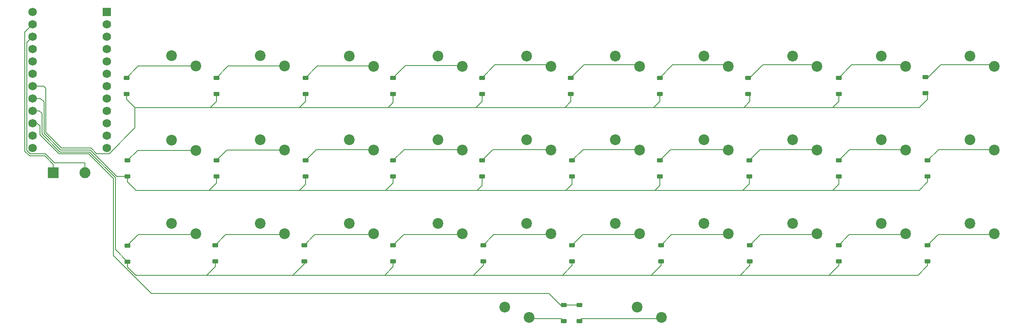
<source format=gbr>
%TF.GenerationSoftware,KiCad,Pcbnew,8.0.6*%
%TF.CreationDate,2025-04-17T08:46:24+02:00*%
%TF.ProjectId,KYBR_ORTHO,4b594252-5f4f-4525-9448-4f2e6b696361,rev?*%
%TF.SameCoordinates,Original*%
%TF.FileFunction,Copper,L1,Top*%
%TF.FilePolarity,Positive*%
%FSLAX46Y46*%
G04 Gerber Fmt 4.6, Leading zero omitted, Abs format (unit mm)*
G04 Created by KiCad (PCBNEW 8.0.6) date 2025-04-17 08:46:24*
%MOMM*%
%LPD*%
G01*
G04 APERTURE LIST*
G04 Aperture macros list*
%AMRoundRect*
0 Rectangle with rounded corners*
0 $1 Rounding radius*
0 $2 $3 $4 $5 $6 $7 $8 $9 X,Y pos of 4 corners*
0 Add a 4 corners polygon primitive as box body*
4,1,4,$2,$3,$4,$5,$6,$7,$8,$9,$2,$3,0*
0 Add four circle primitives for the rounded corners*
1,1,$1+$1,$2,$3*
1,1,$1+$1,$4,$5*
1,1,$1+$1,$6,$7*
1,1,$1+$1,$8,$9*
0 Add four rect primitives between the rounded corners*
20,1,$1+$1,$2,$3,$4,$5,0*
20,1,$1+$1,$4,$5,$6,$7,0*
20,1,$1+$1,$6,$7,$8,$9,0*
20,1,$1+$1,$8,$9,$2,$3,0*%
G04 Aperture macros list end*
%TA.AperFunction,ComponentPad*%
%ADD10C,2.200000*%
%TD*%
%TA.AperFunction,ComponentPad*%
%ADD11R,2.250000X2.250000*%
%TD*%
%TA.AperFunction,ComponentPad*%
%ADD12C,2.250000*%
%TD*%
%TA.AperFunction,SMDPad,CuDef*%
%ADD13RoundRect,0.225000X0.375000X-0.225000X0.375000X0.225000X-0.375000X0.225000X-0.375000X-0.225000X0*%
%TD*%
%TA.AperFunction,SMDPad,CuDef*%
%ADD14RoundRect,0.225000X-0.375000X0.225000X-0.375000X-0.225000X0.375000X-0.225000X0.375000X0.225000X0*%
%TD*%
%TA.AperFunction,ComponentPad*%
%ADD15R,1.752600X1.752600*%
%TD*%
%TA.AperFunction,ComponentPad*%
%ADD16C,1.752600*%
%TD*%
%TA.AperFunction,Conductor*%
%ADD17C,0.200000*%
%TD*%
G04 APERTURE END LIST*
D10*
%TO.P,S20,1,1*%
%TO.N,Column 9*%
X250900000Y-78100000D03*
%TO.P,S20,2,2*%
%TO.N,Net-(D26-A)*%
X255900000Y-80200000D03*
%TD*%
D11*
%TO.P,SW1,1,1*%
%TO.N,GND*%
X62750000Y-84900000D03*
D12*
%TO.P,SW1,2,2*%
%TO.N,RST*%
X69250000Y-84900000D03*
%TD*%
D13*
%TO.P,D14,1,K*%
%TO.N,Row 1*%
X150750000Y-85650000D03*
%TO.P,D14,2,A*%
%TO.N,Net-(D14-A)*%
X150750000Y-82350000D03*
%TD*%
D10*
%TO.P,S24,1,1*%
%TO.N,Column 3*%
X141700000Y-95300000D03*
%TO.P,S24,2,2*%
%TO.N,Net-(D12-A)*%
X146700000Y-97400000D03*
%TD*%
D13*
%TO.P,D4,1,K*%
%TO.N,Row 1*%
X96250000Y-85650000D03*
%TO.P,D4,2,A*%
%TO.N,Net-(D4-A)*%
X96250000Y-82350000D03*
%TD*%
D10*
%TO.P,S14,1,1*%
%TO.N,Column 3*%
X141700000Y-78100000D03*
%TO.P,S14,2,2*%
%TO.N,Net-(D11-A)*%
X146700000Y-80200000D03*
%TD*%
D13*
%TO.P,D12,1,K*%
%TO.N,Row 2*%
X132500000Y-103050000D03*
%TO.P,D12,2,A*%
%TO.N,Net-(D12-A)*%
X132500000Y-99750000D03*
%TD*%
%TO.P,D21,1,K*%
%TO.N,Row 0*%
X224000000Y-68650000D03*
%TO.P,D21,2,A*%
%TO.N,Net-(D21-A)*%
X224000000Y-65350000D03*
%TD*%
%TO.P,D10,1,K*%
%TO.N,Row 0*%
X132500000Y-68650000D03*
%TO.P,D10,2,A*%
%TO.N,Net-(D10-A)*%
X132500000Y-65350000D03*
%TD*%
%TO.P,D11,1,K*%
%TO.N,Row 1*%
X132500000Y-85650000D03*
%TO.P,D11,2,A*%
%TO.N,Net-(D11-A)*%
X132500000Y-82350000D03*
%TD*%
D10*
%TO.P,S22,1,1*%
%TO.N,Column 1*%
X105250000Y-95300000D03*
%TO.P,S22,2,2*%
%TO.N,Net-(D6-A)*%
X110250000Y-97400000D03*
%TD*%
D13*
%TO.P,D24,1,K*%
%TO.N,Row 1*%
X205600000Y-85650000D03*
%TO.P,D24,2,A*%
%TO.N,Net-(D24-A)*%
X205600000Y-82350000D03*
%TD*%
D10*
%TO.P,S13,1,1*%
%TO.N,Column 2*%
X123500000Y-78100000D03*
%TO.P,S13,2,2*%
%TO.N,Net-(D8-A)*%
X128500000Y-80200000D03*
%TD*%
D13*
%TO.P,D22,1,K*%
%TO.N,Row 0*%
X241800000Y-68550000D03*
%TO.P,D22,2,A*%
%TO.N,Net-(D22-A)*%
X241800000Y-65250000D03*
%TD*%
%TO.P,D3,1,K*%
%TO.N,Row 1*%
X78000000Y-85650000D03*
%TO.P,D3,2,A*%
%TO.N,Net-(D3-A)*%
X78000000Y-82350000D03*
%TD*%
D10*
%TO.P,S4,1,1*%
%TO.N,Column 3*%
X141700000Y-60900000D03*
%TO.P,S4,2,2*%
%TO.N,Net-(D10-A)*%
X146700000Y-63000000D03*
%TD*%
%TO.P,S2,1,1*%
%TO.N,Column 1*%
X105250000Y-60850000D03*
%TO.P,S2,2,2*%
%TO.N,Net-(D2-A)*%
X110250000Y-62950000D03*
%TD*%
%TO.P,S23,1,1*%
%TO.N,Column 2*%
X123500000Y-95300000D03*
%TO.P,S23,2,2*%
%TO.N,Net-(D9-A)*%
X128500000Y-97400000D03*
%TD*%
%TO.P,S30,1,1*%
%TO.N,Column 9*%
X250900000Y-95300000D03*
%TO.P,S30,2,2*%
%TO.N,Net-(D27-A)*%
X255900000Y-97400000D03*
%TD*%
%TO.P,S32,1,1*%
%TO.N,Column 5*%
X182600000Y-112500000D03*
%TO.P,S32,2,2*%
%TO.N,Net-(D32-A)*%
X187600000Y-114600000D03*
%TD*%
%TO.P,S18,1,1*%
%TO.N,Column 7*%
X214500000Y-78100000D03*
%TO.P,S18,2,2*%
%TO.N,Net-(D24-A)*%
X219500000Y-80200000D03*
%TD*%
D13*
%TO.P,D20,1,K*%
%TO.N,Row 0*%
X205400000Y-68650000D03*
%TO.P,D20,2,A*%
%TO.N,Net-(D20-A)*%
X205400000Y-65350000D03*
%TD*%
%TO.P,D25,1,K*%
%TO.N,Row 1*%
X224000000Y-85650000D03*
%TO.P,D25,2,A*%
%TO.N,Net-(D25-A)*%
X224000000Y-82350000D03*
%TD*%
D10*
%TO.P,S26,1,1*%
%TO.N,Column 5*%
X178100000Y-95300000D03*
%TO.P,S26,2,2*%
%TO.N,Net-(D18-A)*%
X183100000Y-97400000D03*
%TD*%
%TO.P,S11,1,1*%
%TO.N,Column 0*%
X87000000Y-78150000D03*
%TO.P,S11,2,2*%
%TO.N,Net-(D3-A)*%
X92000000Y-80250000D03*
%TD*%
%TO.P,S21,1,1*%
%TO.N,Column 0*%
X87000000Y-95300000D03*
%TO.P,S21,2,2*%
%TO.N,Net-(D5-A)*%
X92000000Y-97400000D03*
%TD*%
%TO.P,S10,1,1*%
%TO.N,Column 9*%
X250900000Y-60900000D03*
%TO.P,S10,2,2*%
%TO.N,Net-(D22-A)*%
X255900000Y-63000000D03*
%TD*%
D14*
%TO.P,D31,1,K*%
%TO.N,Row 3*%
X167500000Y-112000000D03*
%TO.P,D31,2,A*%
%TO.N,Net-(D31-A)*%
X167500000Y-115300000D03*
%TD*%
D10*
%TO.P,S25,1,1*%
%TO.N,Column 4*%
X159900000Y-95300000D03*
%TO.P,S25,2,2*%
%TO.N,Net-(D15-A)*%
X164900000Y-97400000D03*
%TD*%
%TO.P,S17,1,1*%
%TO.N,Column 6*%
X196300000Y-78100000D03*
%TO.P,S17,2,2*%
%TO.N,Net-(D23-A)*%
X201300000Y-80200000D03*
%TD*%
%TO.P,S9,1,1*%
%TO.N,Column 8*%
X232700000Y-60900000D03*
%TO.P,S9,2,2*%
%TO.N,Net-(D21-A)*%
X237700000Y-63000000D03*
%TD*%
D13*
%TO.P,D28,1,K*%
%TO.N,Row 2*%
X224000000Y-103050000D03*
%TO.P,D28,2,A*%
%TO.N,Net-(D28-A)*%
X224000000Y-99750000D03*
%TD*%
D10*
%TO.P,S7,1,1*%
%TO.N,Column 6*%
X196300000Y-60900000D03*
%TO.P,S7,2,2*%
%TO.N,Net-(D19-A)*%
X201300000Y-63000000D03*
%TD*%
D13*
%TO.P,D9,1,K*%
%TO.N,Row 2*%
X114250000Y-103050000D03*
%TO.P,D9,2,A*%
%TO.N,Net-(D9-A)*%
X114250000Y-99750000D03*
%TD*%
%TO.P,D18,1,K*%
%TO.N,Row 2*%
X169250000Y-103050000D03*
%TO.P,D18,2,A*%
%TO.N,Net-(D18-A)*%
X169250000Y-99750000D03*
%TD*%
%TO.P,D7,1,K*%
%TO.N,Row 0*%
X114500000Y-68650000D03*
%TO.P,D7,2,A*%
%TO.N,Net-(D7-A)*%
X114500000Y-65350000D03*
%TD*%
D10*
%TO.P,S29,1,1*%
%TO.N,Column 8*%
X232700000Y-95300000D03*
%TO.P,S29,2,2*%
%TO.N,Net-(D28-A)*%
X237700000Y-97400000D03*
%TD*%
%TO.P,S31,1,1*%
%TO.N,Column 4*%
X155400000Y-112500000D03*
%TO.P,S31,2,2*%
%TO.N,Net-(D31-A)*%
X160400000Y-114600000D03*
%TD*%
%TO.P,S15,1,1*%
%TO.N,Column 4*%
X159900000Y-78100000D03*
%TO.P,S15,2,2*%
%TO.N,Net-(D14-A)*%
X164900000Y-80200000D03*
%TD*%
D13*
%TO.P,D8,1,K*%
%TO.N,Row 1*%
X114500000Y-85650000D03*
%TO.P,D8,2,A*%
%TO.N,Net-(D8-A)*%
X114500000Y-82350000D03*
%TD*%
%TO.P,D16,1,K*%
%TO.N,Row 0*%
X169000000Y-68650000D03*
%TO.P,D16,2,A*%
%TO.N,Net-(D16-A)*%
X169000000Y-65350000D03*
%TD*%
D10*
%TO.P,S8,1,1*%
%TO.N,Column 7*%
X214500000Y-60900000D03*
%TO.P,S8,2,2*%
%TO.N,Net-(D20-A)*%
X219500000Y-63000000D03*
%TD*%
D13*
%TO.P,D30,1,K*%
%TO.N,Row 2*%
X187500000Y-103050000D03*
%TO.P,D30,2,A*%
%TO.N,Net-(D30-A)*%
X187500000Y-99750000D03*
%TD*%
%TO.P,D19,1,K*%
%TO.N,Row 0*%
X187250000Y-68650000D03*
%TO.P,D19,2,A*%
%TO.N,Net-(D19-A)*%
X187250000Y-65350000D03*
%TD*%
D10*
%TO.P,S5,1,1*%
%TO.N,Column 4*%
X159900000Y-60900000D03*
%TO.P,S5,2,2*%
%TO.N,Net-(D13-A)*%
X164900000Y-63000000D03*
%TD*%
%TO.P,S19,1,1*%
%TO.N,Column 8*%
X232700000Y-78100000D03*
%TO.P,S19,2,2*%
%TO.N,Net-(D25-A)*%
X237700000Y-80200000D03*
%TD*%
D13*
%TO.P,D26,1,K*%
%TO.N,Row 1*%
X242250000Y-85650000D03*
%TO.P,D26,2,A*%
%TO.N,Net-(D26-A)*%
X242250000Y-82350000D03*
%TD*%
D10*
%TO.P,S27,1,1*%
%TO.N,Column 6*%
X196300000Y-95300000D03*
%TO.P,S27,2,2*%
%TO.N,Net-(D30-A)*%
X201300000Y-97400000D03*
%TD*%
%TO.P,S3,1,1*%
%TO.N,Column 2*%
X123500000Y-60900000D03*
%TO.P,S3,2,2*%
%TO.N,Net-(D7-A)*%
X128500000Y-63000000D03*
%TD*%
%TO.P,S12,1,1*%
%TO.N,Column 1*%
X105250000Y-78100000D03*
%TO.P,S12,2,2*%
%TO.N,Net-(D4-A)*%
X110250000Y-80200000D03*
%TD*%
%TO.P,S16,1,1*%
%TO.N,Column 5*%
X178100000Y-78100000D03*
%TO.P,S16,2,2*%
%TO.N,Net-(D17-A)*%
X183100000Y-80200000D03*
%TD*%
D13*
%TO.P,D23,1,K*%
%TO.N,Row 1*%
X187250000Y-85650000D03*
%TO.P,D23,2,A*%
%TO.N,Net-(D23-A)*%
X187250000Y-82350000D03*
%TD*%
%TO.P,D17,1,K*%
%TO.N,Row 1*%
X169250000Y-85650000D03*
%TO.P,D17,2,A*%
%TO.N,Net-(D17-A)*%
X169250000Y-82350000D03*
%TD*%
%TO.P,D15,1,K*%
%TO.N,Row 2*%
X151000000Y-103050000D03*
%TO.P,D15,2,A*%
%TO.N,Net-(D15-A)*%
X151000000Y-99750000D03*
%TD*%
%TO.P,D13,1,K*%
%TO.N,Row 0*%
X150750000Y-68650000D03*
%TO.P,D13,2,A*%
%TO.N,Net-(D13-A)*%
X150750000Y-65350000D03*
%TD*%
%TO.P,D1,1,K*%
%TO.N,Row 0*%
X77750000Y-68650000D03*
%TO.P,D1,2,A*%
%TO.N,Net-(D1-A)*%
X77750000Y-65350000D03*
%TD*%
%TO.P,D29,1,K*%
%TO.N,Row 2*%
X205750000Y-103050000D03*
%TO.P,D29,2,A*%
%TO.N,Net-(D29-A)*%
X205750000Y-99750000D03*
%TD*%
D10*
%TO.P,S1,1,1*%
%TO.N,Column 0*%
X87000000Y-60850000D03*
%TO.P,S1,2,2*%
%TO.N,Net-(D1-A)*%
X92000000Y-62950000D03*
%TD*%
%TO.P,S6,1,1*%
%TO.N,Column 5*%
X178100000Y-60900000D03*
%TO.P,S6,2,2*%
%TO.N,Net-(D16-A)*%
X183100000Y-63000000D03*
%TD*%
D13*
%TO.P,D5,1,K*%
%TO.N,Row 2*%
X78000000Y-103150000D03*
%TO.P,D5,2,A*%
%TO.N,Net-(D5-A)*%
X78000000Y-99850000D03*
%TD*%
%TO.P,D27,1,K*%
%TO.N,Row 2*%
X242250000Y-103050000D03*
%TO.P,D27,2,A*%
%TO.N,Net-(D27-A)*%
X242250000Y-99750000D03*
%TD*%
D10*
%TO.P,S28,1,1*%
%TO.N,Column 7*%
X214500000Y-95300000D03*
%TO.P,S28,2,2*%
%TO.N,Net-(D29-A)*%
X219500000Y-97400000D03*
%TD*%
D13*
%TO.P,D2,1,K*%
%TO.N,Row 0*%
X96250000Y-68650000D03*
%TO.P,D2,2,A*%
%TO.N,Net-(D2-A)*%
X96250000Y-65350000D03*
%TD*%
%TO.P,D6,1,K*%
%TO.N,Row 2*%
X96000000Y-103050000D03*
%TO.P,D6,2,A*%
%TO.N,Net-(D6-A)*%
X96000000Y-99750000D03*
%TD*%
D14*
%TO.P,D32,1,K*%
%TO.N,Row 3*%
X170750000Y-112000000D03*
%TO.P,D32,2,A*%
%TO.N,Net-(D32-A)*%
X170750000Y-115300000D03*
%TD*%
D15*
%TO.P,U1,1,TX0/PD3*%
%TO.N,unconnected-(U1-TX0{slash}PD3-Pad1)*%
X73720000Y-51830000D03*
D16*
%TO.P,U1,2,RX1/PD2*%
%TO.N,unconnected-(U1-RX1{slash}PD2-Pad2)*%
X73720000Y-54370000D03*
%TO.P,U1,3,GND*%
%TO.N,unconnected-(U1-GND-Pad3)*%
X73720000Y-56910000D03*
%TO.P,U1,4,GND*%
%TO.N,unconnected-(U1-GND-Pad4)*%
X73720000Y-59450000D03*
%TO.P,U1,5,2/PD1*%
%TO.N,Column 0*%
X73720000Y-61990000D03*
%TO.P,U1,6,3/PD0*%
%TO.N,Column 1*%
X73720000Y-64530000D03*
%TO.P,U1,7,4/PD4*%
%TO.N,Column 2*%
X73720000Y-67070000D03*
%TO.P,U1,8,5/PC6*%
%TO.N,Column 3*%
X73720000Y-69610000D03*
%TO.P,U1,9,6/PD7*%
%TO.N,Column 4*%
X73720000Y-72150000D03*
%TO.P,U1,10,7/PE6*%
%TO.N,Column 5*%
X73720000Y-74690000D03*
%TO.P,U1,11,8/PB4*%
%TO.N,Column 6*%
X73720000Y-77230000D03*
%TO.P,U1,12,9/PB5*%
%TO.N,Column 7*%
X73720000Y-79770000D03*
%TO.P,U1,13,10/PB6*%
%TO.N,unconnected-(U1-10{slash}PB6-Pad13)*%
X58480000Y-79770000D03*
%TO.P,U1,14,16/PB2*%
%TO.N,unconnected-(U1-16{slash}PB2-Pad14)*%
X58480000Y-77230000D03*
%TO.P,U1,15,14/PB3*%
%TO.N,Row 3*%
X58480000Y-74690000D03*
%TO.P,U1,16,15/PB1*%
%TO.N,Row 2*%
X58480000Y-72150000D03*
%TO.P,U1,17,A0/PF7*%
%TO.N,Row 1*%
X58480000Y-69610000D03*
%TO.P,U1,18,A1/PF6*%
%TO.N,Row 0*%
X58480000Y-67070000D03*
%TO.P,U1,19,A2/PF5*%
%TO.N,Column 9*%
X58480000Y-64530000D03*
%TO.P,U1,20,A3/PF4*%
%TO.N,Column 8*%
X58480000Y-61990000D03*
%TO.P,U1,21,VCC*%
%TO.N,unconnected-(U1-VCC-Pad21)*%
X58480000Y-59450000D03*
%TO.P,U1,22,RST*%
%TO.N,RST*%
X58480000Y-56910000D03*
%TO.P,U1,23,GND*%
%TO.N,GND*%
X58480000Y-54370000D03*
%TO.P,U1,24,RAW*%
%TO.N,unconnected-(U1-RAW-Pad24)*%
X58480000Y-51830000D03*
%TD*%
D17*
%TO.N,Row 0*%
X95000000Y-71500000D02*
X79500000Y-71500000D01*
X61232843Y-67532843D02*
X60770000Y-67070000D01*
X242250000Y-69750000D02*
X240500000Y-71500000D01*
X70484314Y-79784314D02*
X64415686Y-79784314D01*
X149500000Y-71500000D02*
X131500000Y-71500000D01*
X205750000Y-68650000D02*
X205750000Y-70250000D01*
X222750000Y-71500000D02*
X221250000Y-71500000D01*
X150750000Y-68650000D02*
X150750000Y-70250000D01*
X169000000Y-68650000D02*
X169000000Y-70250000D01*
X64415686Y-79784314D02*
X61232843Y-76601471D01*
X131500000Y-71500000D02*
X120750000Y-71500000D01*
X114500000Y-68650000D02*
X114500000Y-70250000D01*
X240500000Y-71500000D02*
X222750000Y-71500000D01*
X167750000Y-71500000D02*
X149500000Y-71500000D01*
X204500000Y-71500000D02*
X186000000Y-71500000D01*
X205750000Y-70250000D02*
X204500000Y-71500000D01*
X96250000Y-70250000D02*
X95000000Y-71500000D01*
X242250000Y-68650000D02*
X242250000Y-69750000D01*
X224000000Y-68650000D02*
X224000000Y-70250000D01*
X74207240Y-80946300D02*
X71646300Y-80946300D01*
X113250000Y-71500000D02*
X95000000Y-71500000D01*
X79500000Y-71500000D02*
X79500000Y-75653540D01*
X150750000Y-70250000D02*
X149500000Y-71500000D01*
X60770000Y-67070000D02*
X58480000Y-67070000D01*
X114500000Y-70250000D02*
X113250000Y-71500000D01*
X96250000Y-68650000D02*
X96250000Y-70250000D01*
X77750000Y-68650000D02*
X77750000Y-69750000D01*
X77750000Y-69750000D02*
X79500000Y-71500000D01*
X79500000Y-75653540D02*
X74207240Y-80946300D01*
X221250000Y-71500000D02*
X204500000Y-71500000D01*
X120750000Y-71500000D02*
X113250000Y-71500000D01*
X224000000Y-70250000D02*
X222750000Y-71500000D01*
X132500000Y-68650000D02*
X132500000Y-70500000D01*
X187250000Y-70250000D02*
X186000000Y-71500000D01*
X186000000Y-71500000D02*
X167750000Y-71500000D01*
X132500000Y-70500000D02*
X131500000Y-71500000D01*
X71646300Y-80946300D02*
X70484314Y-79784314D01*
X169000000Y-70250000D02*
X167750000Y-71500000D01*
X187250000Y-68650000D02*
X187250000Y-70250000D01*
X61232843Y-76601471D02*
X61232843Y-67532843D01*
%TO.N,Net-(D1-A)*%
X80150000Y-62950000D02*
X77750000Y-65350000D01*
X92000000Y-62950000D02*
X80150000Y-62950000D01*
%TO.N,Net-(D2-A)*%
X110250000Y-62950000D02*
X98650000Y-62950000D01*
X98650000Y-62950000D02*
X96250000Y-65350000D01*
%TO.N,Row 1*%
X204250000Y-88500000D02*
X186250000Y-88500000D01*
X94750000Y-88500000D02*
X79750000Y-88500000D01*
X242250000Y-85650000D02*
X242250000Y-86750000D01*
X60100000Y-69600000D02*
X59800000Y-69600000D01*
X168000000Y-88500000D02*
X149750000Y-88500000D01*
X113250000Y-88500000D02*
X94750000Y-88500000D01*
X187250000Y-85650000D02*
X187250000Y-87500000D01*
X205600000Y-85650000D02*
X205600000Y-87150000D01*
X78000000Y-86750000D02*
X79750000Y-88500000D01*
X149750000Y-88500000D02*
X131000000Y-88500000D01*
X187250000Y-87500000D02*
X186250000Y-88500000D01*
X96250000Y-87000000D02*
X94750000Y-88500000D01*
X70334314Y-80200000D02*
X64265686Y-80200000D01*
X224000000Y-87250000D02*
X222750000Y-88500000D01*
X240500000Y-88500000D02*
X222750000Y-88500000D01*
X150750000Y-85650000D02*
X150750000Y-87500000D01*
X78000000Y-85650000D02*
X78000000Y-86750000D01*
X169250000Y-85650000D02*
X169250000Y-87250000D01*
X224000000Y-85650000D02*
X224000000Y-87250000D01*
X75784314Y-85650000D02*
X70334314Y-80200000D01*
X131000000Y-88500000D02*
X113250000Y-88500000D01*
X60832843Y-76767157D02*
X60832843Y-70332843D01*
X96250000Y-85650000D02*
X96250000Y-87000000D01*
X114500000Y-87250000D02*
X113250000Y-88500000D01*
X59790000Y-69610000D02*
X58480000Y-69610000D01*
X242250000Y-86750000D02*
X240500000Y-88500000D01*
X114500000Y-85650000D02*
X114500000Y-87250000D01*
X59800000Y-69600000D02*
X59790000Y-69610000D01*
X64265686Y-80200000D02*
X60832843Y-76767157D01*
X222750000Y-88500000D02*
X204250000Y-88500000D01*
X205600000Y-87150000D02*
X204250000Y-88500000D01*
X150750000Y-87500000D02*
X149750000Y-88500000D01*
X60832843Y-70332843D02*
X60100000Y-69600000D01*
X169250000Y-87250000D02*
X168000000Y-88500000D01*
X132500000Y-87000000D02*
X131000000Y-88500000D01*
X132500000Y-85650000D02*
X132500000Y-87000000D01*
X186250000Y-88500000D02*
X168000000Y-88500000D01*
X78000000Y-85650000D02*
X75784314Y-85650000D01*
%TO.N,Net-(D3-A)*%
X80100000Y-80250000D02*
X78000000Y-82350000D01*
X92000000Y-80250000D02*
X80100000Y-80250000D01*
%TO.N,Net-(D4-A)*%
X98400000Y-80200000D02*
X96250000Y-82350000D01*
X110250000Y-80200000D02*
X98400000Y-80200000D01*
%TO.N,Net-(D5-A)*%
X80150000Y-97600000D02*
X78000000Y-99750000D01*
X92000000Y-97600000D02*
X80150000Y-97600000D01*
%TO.N,Row 2*%
X111900000Y-105900000D02*
X94250000Y-105900000D01*
X149000000Y-105900000D02*
X130750000Y-105900000D01*
X187500000Y-103050000D02*
X187500000Y-103900000D01*
X75484314Y-100634314D02*
X75484314Y-85915685D01*
X222000000Y-105900000D02*
X203750000Y-105900000D01*
X185500000Y-105900000D02*
X167250000Y-105900000D01*
X151000000Y-103900000D02*
X149000000Y-105900000D01*
X167250000Y-105900000D02*
X149000000Y-105900000D01*
X205750000Y-103050000D02*
X205750000Y-103900000D01*
X130750000Y-105900000D02*
X111900000Y-105900000D01*
X78000000Y-104250000D02*
X79750000Y-106000000D01*
X78000000Y-103150000D02*
X75484314Y-100634314D01*
X114250000Y-103550000D02*
X111900000Y-105900000D01*
X132500000Y-103050000D02*
X132500000Y-104150000D01*
X242250000Y-103900000D02*
X240250000Y-105900000D01*
X203750000Y-105900000D02*
X185500000Y-105900000D01*
X78000000Y-103150000D02*
X78000000Y-104250000D01*
X224000000Y-103900000D02*
X222000000Y-105900000D01*
X96000000Y-104150000D02*
X94250000Y-105900000D01*
X151000000Y-103050000D02*
X151000000Y-103900000D01*
X70168629Y-80600000D02*
X64100000Y-80600000D01*
X224000000Y-103050000D02*
X224000000Y-103900000D01*
X114250000Y-103050000D02*
X114250000Y-103550000D01*
X169250000Y-103900000D02*
X167250000Y-105900000D01*
X60400000Y-72700000D02*
X59850000Y-72150000D01*
X64100000Y-80600000D02*
X60400000Y-76900000D01*
X59850000Y-72150000D02*
X58480000Y-72150000D01*
X60400000Y-76900000D02*
X60400000Y-72700000D01*
X132500000Y-104150000D02*
X130750000Y-105900000D01*
X242250000Y-103050000D02*
X242250000Y-103900000D01*
X75484314Y-85915685D02*
X70168629Y-80600000D01*
X94250000Y-105900000D02*
X79750000Y-105900000D01*
X187500000Y-103900000D02*
X185500000Y-105900000D01*
X205750000Y-103900000D02*
X203750000Y-105900000D01*
X240250000Y-105900000D02*
X222000000Y-105900000D01*
X169250000Y-103050000D02*
X169250000Y-103900000D01*
X96000000Y-103050000D02*
X96000000Y-104150000D01*
%TO.N,Net-(D6-A)*%
X110250000Y-97600000D02*
X98150000Y-97600000D01*
X98150000Y-97600000D02*
X96000000Y-99750000D01*
%TO.N,Net-(D7-A)*%
X116900000Y-62950000D02*
X114500000Y-65350000D01*
X128500000Y-62950000D02*
X116900000Y-62950000D01*
%TO.N,Net-(D8-A)*%
X116750000Y-80100000D02*
X114500000Y-82350000D01*
X128500000Y-80100000D02*
X116750000Y-80100000D01*
%TO.N,Net-(D9-A)*%
X128500000Y-97600000D02*
X116400000Y-97600000D01*
X116400000Y-97600000D02*
X114250000Y-99750000D01*
%TO.N,Net-(D10-A)*%
X135000000Y-62850000D02*
X132500000Y-65350000D01*
X146750000Y-62850000D02*
X135000000Y-62850000D01*
%TO.N,Net-(D11-A)*%
X146750000Y-80100000D02*
X134750000Y-80100000D01*
X134750000Y-80100000D02*
X132500000Y-82350000D01*
%TO.N,Net-(D12-A)*%
X134650000Y-97600000D02*
X132500000Y-99750000D01*
X146750000Y-97600000D02*
X134650000Y-97600000D01*
%TO.N,Net-(D13-A)*%
X165000000Y-62700000D02*
X153400000Y-62700000D01*
X153400000Y-62700000D02*
X150750000Y-65350000D01*
%TO.N,Net-(D14-A)*%
X165000000Y-80100000D02*
X153000000Y-80100000D01*
X153000000Y-80100000D02*
X150750000Y-82350000D01*
%TO.N,Net-(D15-A)*%
X165000000Y-97600000D02*
X153150000Y-97600000D01*
X153150000Y-97600000D02*
X151000000Y-99750000D01*
%TO.N,Net-(D16-A)*%
X183250000Y-62700000D02*
X171650000Y-62700000D01*
X171650000Y-62700000D02*
X169000000Y-65350000D01*
%TO.N,Net-(D17-A)*%
X171500000Y-80100000D02*
X169250000Y-82350000D01*
X183250000Y-80100000D02*
X171500000Y-80100000D01*
%TO.N,Net-(D18-A)*%
X171400000Y-97600000D02*
X169250000Y-99750000D01*
X183250000Y-97600000D02*
X171400000Y-97600000D01*
%TO.N,Net-(D19-A)*%
X201500000Y-62700000D02*
X189900000Y-62700000D01*
X189900000Y-62700000D02*
X187250000Y-65350000D01*
%TO.N,Net-(D20-A)*%
X208400000Y-62700000D02*
X205750000Y-65350000D01*
X219750000Y-62700000D02*
X208400000Y-62700000D01*
%TO.N,Net-(D21-A)*%
X226650000Y-62700000D02*
X224000000Y-65350000D01*
X238000000Y-62700000D02*
X226650000Y-62700000D01*
%TO.N,Net-(D22-A)*%
X244900000Y-62700000D02*
X242250000Y-65350000D01*
X256250000Y-62700000D02*
X244900000Y-62700000D01*
%TO.N,Net-(D23-A)*%
X201500000Y-80100000D02*
X189500000Y-80100000D01*
X189500000Y-80100000D02*
X187250000Y-82350000D01*
%TO.N,Net-(D24-A)*%
X219750000Y-80100000D02*
X207850000Y-80100000D01*
X207850000Y-80100000D02*
X205600000Y-82350000D01*
%TO.N,Net-(D25-A)*%
X238000000Y-80100000D02*
X226250000Y-80100000D01*
X226250000Y-80100000D02*
X224000000Y-82350000D01*
%TO.N,Net-(D26-A)*%
X244500000Y-80100000D02*
X242250000Y-82350000D01*
X256250000Y-80100000D02*
X244500000Y-80100000D01*
%TO.N,Net-(D27-A)*%
X256250000Y-97600000D02*
X244400000Y-97600000D01*
X244400000Y-97600000D02*
X242250000Y-99750000D01*
%TO.N,Net-(D28-A)*%
X238000000Y-97600000D02*
X226150000Y-97600000D01*
X226150000Y-97600000D02*
X224000000Y-99750000D01*
%TO.N,Net-(D29-A)*%
X219750000Y-97600000D02*
X207900000Y-97600000D01*
X207900000Y-97600000D02*
X205750000Y-99750000D01*
%TO.N,Net-(D30-A)*%
X201500000Y-97600000D02*
X189650000Y-97600000D01*
X189650000Y-97600000D02*
X187500000Y-99750000D01*
%TO.N,Row 3*%
X59390000Y-74690000D02*
X58480000Y-74690000D01*
X75084314Y-101900000D02*
X75084314Y-86081371D01*
X164500000Y-109650000D02*
X82834314Y-109650000D01*
X82834314Y-109650000D02*
X75084314Y-101900000D01*
X75084314Y-86081371D02*
X70002943Y-81000000D01*
X170750000Y-112000000D02*
X167500000Y-112000000D01*
X60000000Y-77065686D02*
X60000000Y-75300000D01*
X70002943Y-81000000D02*
X63934314Y-81000000D01*
X166850000Y-112000000D02*
X164500000Y-109650000D01*
X63934314Y-81000000D02*
X60000000Y-77065686D01*
X60000000Y-75300000D02*
X59390000Y-74690000D01*
X167500000Y-112000000D02*
X166850000Y-112000000D01*
%TO.N,Net-(D31-A)*%
X160500000Y-114850000D02*
X167050000Y-114850000D01*
X167050000Y-114850000D02*
X167500000Y-115300000D01*
%TO.N,Net-(D32-A)*%
X171200000Y-114850000D02*
X170750000Y-115300000D01*
X187750000Y-114850000D02*
X171200000Y-114850000D01*
%TO.N,RST*%
X69250000Y-84900000D02*
X69250000Y-82850000D01*
X69250000Y-82850000D02*
X63015686Y-82850000D01*
X57303700Y-58086300D02*
X58480000Y-56910000D01*
X63015686Y-82850000D02*
X61111986Y-80946300D01*
X57992760Y-80946300D02*
X57303700Y-80257240D01*
X57303700Y-80257240D02*
X57303700Y-58086300D01*
X61111986Y-80946300D02*
X57992760Y-80946300D01*
%TO.N,GND*%
X57880774Y-81400000D02*
X56903700Y-80422926D01*
X56903700Y-80422926D02*
X56903700Y-55946300D01*
X62750000Y-84900000D02*
X62750000Y-83150000D01*
X56903700Y-55946300D02*
X58480000Y-54370000D01*
X62750000Y-83150000D02*
X61000000Y-81400000D01*
X61000000Y-81400000D02*
X57880774Y-81400000D01*
%TD*%
M02*

</source>
